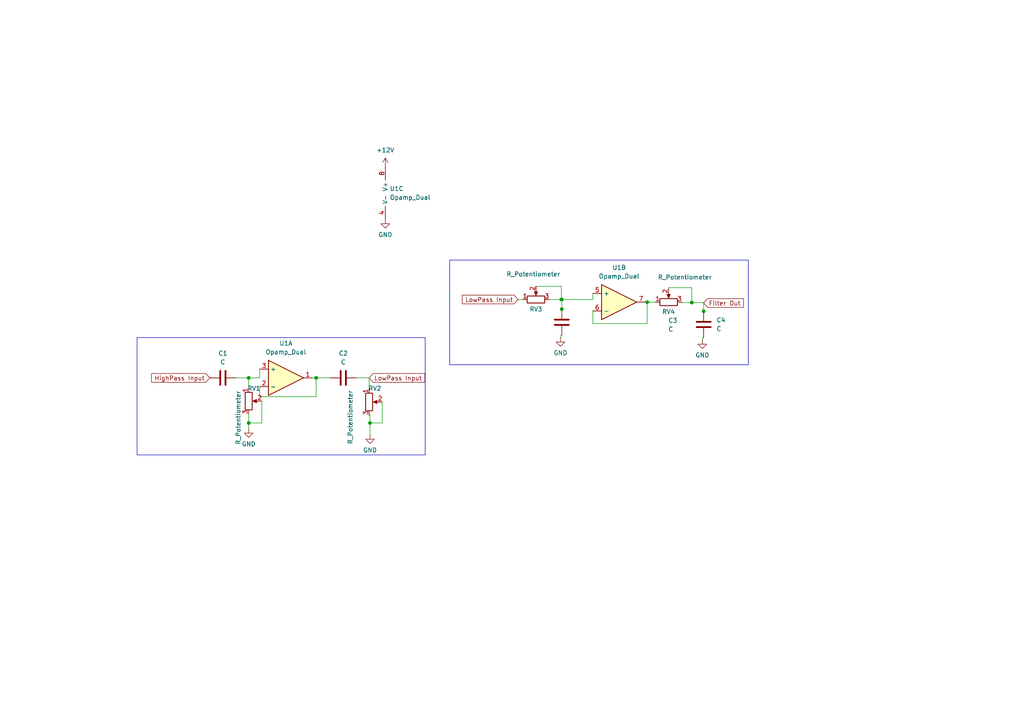
<source format=kicad_sch>
(kicad_sch (version 20230121) (generator eeschema)
  (paper "A4")
  (lib_symbols
    (symbol "Device:C" (pin_numbers hide) (pin_names (offset 0.254))
      (property "Reference" "C" (at 0.635 2.54 0))
      (property "Value" "C" (at 0.635 -2.54 0))
      (symbol "C_0_1"
        (polyline (pts (xy -2.032 -0.762) (xy 2.032 -0.762)) (stroke (width 0.508)))
        (polyline (pts (xy -2.032 0.762) (xy 2.032 0.762)) (stroke (width 0.508)))
      )
      (symbol "C_1_1"
        (pin passive line (at 0 3.81 270) (length 2.794) (name "~") (number "1"))
        (pin passive line (at 0 -3.81 90) (length 2.794) (name "~") (number "2"))
      )
    )
    (symbol "Device:Opamp_Dual"
      (property "Reference" "U" (at 0 5.08 0))
      (property "Value" "Opamp_Dual" (at 0 -5.08 0))
      (symbol "Opamp_Dual_1_1"
        (polyline (pts (xy -5.08 5.08) (xy 5.08 0) (xy -5.08 -5.08) (xy -5.08 5.08)) (stroke (width 0.254)) (fill (type background)))
        (pin output line (at 7.62 0 180) (length 2.54) (name "~") (number "1"))
        (pin input line (at -7.62 -2.54 0) (length 2.54) (name "-") (number "2"))
        (pin input line (at -7.62 2.54 0) (length 2.54) (name "+") (number "3"))
      )
      (symbol "Opamp_Dual_2_1"
        (polyline (pts (xy -5.08 5.08) (xy 5.08 0) (xy -5.08 -5.08) (xy -5.08 5.08)) (stroke (width 0.254)) (fill (type background)))
        (pin input line (at -7.62 2.54 0) (length 2.54) (name "+") (number "5"))
        (pin input line (at -7.62 -2.54 0) (length 2.54) (name "-") (number "6"))
        (pin output line (at 7.62 0 180) (length 2.54) (name "~") (number "7"))
      )
      (symbol "Opamp_Dual_3_1"
        (pin power_in line (at -2.54 -7.62 90) (length 3.81) (name "V-") (number "4"))
        (pin power_in line (at -2.54 7.62 270) (length 3.81) (name "V+") (number "8"))
      )
    )
    (symbol "Device:R_Potentiometer" (pin_names (offset 1.016) hide)
      (property "Reference" "RV" (at -4.445 0 90))
      (property "Value" "R_Potentiometer" (at -2.54 0 90))
      (symbol "R_Potentiometer_0_1"
        (polyline (pts (xy 2.54 0) (xy 1.524 0)))
        (polyline (pts (xy 1.143 0) (xy 2.286 0.508) (xy 2.286 -0.508) (xy 1.143 0)) (fill (type outline)))
        (rectangle (start 1.016 2.54) (end -1.016 -2.54) (stroke (width 0.254)))
      )
      (symbol "R_Potentiometer_1_1"
        (pin passive line (at 0 3.81 270) (length 1.27) (name "1") (number "1"))
        (pin passive line (at 3.81 0 180) (length 1.27) (name "2") (number "2"))
        (pin passive line (at 0 -3.81 90) (length 1.27) (name "3") (number "3"))
      )
    )
    (symbol "power:+12V" (power) (pin_names (offset 0))
      (property "Value" "+12V" (at 0 3.556 0))
      (symbol "+12V_0_1"
        (polyline (pts (xy -0.762 1.27) (xy 0 2.54)))
        (polyline (pts (xy 0 0) (xy 0 2.54)))
        (polyline (pts (xy 0 2.54) (xy 0.762 1.27)))
      )
      (symbol "+12V_1_1"
        (pin power_in line (at 0 0 90) (length 0) hide (name "+12V") (number "1"))
      )
    )
    (symbol "power:GND" (power) (pin_names (offset 0))
      (property "Value" "GND" (at 0 -3.81 0))
      (symbol "GND_0_1"
        (polyline (pts (xy 0 0) (xy 0 -1.27) (xy 1.27 -1.27) (xy 0 -2.54) (xy -1.27 -1.27) (xy 0 -1.27)))
      )
      (symbol "GND_1_1"
        (pin power_in line (at 0 0 270) (length 0) hide (name "GND") (number "1"))
      )
    )
  )
  (junction (at 162.941 89.662))
  (junction (at 91.694 109.601))
  (junction (at 187.706 87.63))
  (junction (at 200.66 87.757))
  (junction (at 72.136 122.682))
  (junction (at 107.315 122.682))
  (junction (at 204.089 90.297))
  (junction (at 162.814 86.868))
  (junction (at 162.941 86.868))
  (junction (at 72.136 109.601))
  (wire (pts (xy 204.089 90.424) (xy 204.089 90.297)))
  (wire (pts (xy 68.453 109.601) (xy 72.136 109.601)))
  (wire (pts (xy 162.814 86.868) (xy 162.941 86.868)))
  (wire (pts (xy 107.315 126.111) (xy 107.315 122.682)))
  (wire (pts (xy 187.706 93.853) (xy 171.958 93.853)))
  (wire (pts (xy 200.66 87.757) (xy 204.089 87.757)))
  (wire (pts (xy 162.941 97.282) (xy 162.687 97.282)))
  (wire (pts (xy 107.315 122.682) (xy 107.315 120.396)))
  (wire (pts (xy 187.198 87.63) (xy 187.706 87.63)))
  (wire (pts (xy 162.814 83.058) (xy 162.814 86.868)))
  (wire (pts (xy 187.706 87.63) (xy 190.119 87.63)))
  (wire (pts (xy 162.941 89.789) (xy 162.941 89.662)))
  (wire (pts (xy 155.448 83.058) (xy 162.814 83.058)))
  (wire (pts (xy 75.311 115.062) (xy 91.694 115.062)))
  (wire (pts (xy 107.315 122.682) (xy 110.871 122.682)))
  (wire (pts (xy 107.061 109.601) (xy 107.061 112.776)))
  (wire (pts (xy 200.66 83.439) (xy 200.66 87.757)))
  (wire (pts (xy 204.089 87.757) (xy 204.089 90.297)))
  (wire (pts (xy 187.706 87.63) (xy 187.706 93.853)))
  (wire (pts (xy 91.694 109.601) (xy 95.758 109.601)))
  (wire (pts (xy 193.929 83.439) (xy 193.929 83.82)))
  (wire (pts (xy 103.378 109.601) (xy 107.061 109.601)))
  (wire (pts (xy 203.835 98.552) (xy 203.835 97.917)))
  (wire (pts (xy 162.941 86.868) (xy 162.941 89.662)))
  (wire (pts (xy 72.136 109.601) (xy 72.136 112.522)))
  (wire (pts (xy 204.089 97.917) (xy 203.835 97.917)))
  (wire (pts (xy 197.739 87.757) (xy 200.66 87.757)))
  (wire (pts (xy 75.311 112.141) (xy 75.311 115.062)))
  (wire (pts (xy 90.551 109.601) (xy 91.694 109.601)))
  (wire (pts (xy 107.315 120.396) (xy 107.061 120.396)))
  (wire (pts (xy 91.694 109.601) (xy 91.694 115.062)))
  (wire (pts (xy 171.958 93.853) (xy 171.958 90.17)))
  (wire (pts (xy 150.241 86.868) (xy 151.638 86.868)))
  (wire (pts (xy 162.687 97.917) (xy 162.687 97.282)))
  (wire (pts (xy 159.258 86.868) (xy 162.814 86.868)))
  (wire (pts (xy 162.941 86.868) (xy 171.958 86.868)))
  (wire (pts (xy 72.136 122.682) (xy 72.136 120.142)))
  (wire (pts (xy 197.739 87.63) (xy 197.739 87.757)))
  (wire (pts (xy 75.946 116.332) (xy 75.946 122.682)))
  (wire (pts (xy 171.958 86.868) (xy 171.958 85.09)))
  (wire (pts (xy 110.871 116.586) (xy 110.871 122.682)))
  (wire (pts (xy 72.136 109.601) (xy 75.311 109.601)))
  (wire (pts (xy 72.136 122.682) (xy 75.946 122.682)))
  (wire (pts (xy 203.835 98.552) (xy 203.708 98.552)))
  (wire (pts (xy 162.687 97.917) (xy 162.56 97.917)))
  (wire (pts (xy 72.136 124.333) (xy 72.136 122.682)))
  (wire (pts (xy 193.929 83.439) (xy 200.66 83.439)))
  (wire (pts (xy 75.311 109.601) (xy 75.311 107.061)))
  (rectangle (start 39.751 97.917) (end 123.317 131.953))
  (rectangle (start 130.429 75.438) (end 217.043 105.791))
  (global_label "LowPass Input" (shape input) (at 107.061 109.601 0) (property "Intersheetrefs" "${INTERSHEET_REFS}" (effects hide)))
  (global_label "LowPass Input" (shape input) (at 150.241 86.868 180) (property "Intersheetrefs" "${INTERSHEET_REFS}" (effects hide)))
  (global_label "Filter Out" (shape input) (at 204.089 87.884 0) (property "Intersheetrefs" "${INTERSHEET_REFS}" (effects hide)))
  (global_label "HighPass Input" (shape input) (at 60.833 109.601 180) (property "Intersheetrefs" "${INTERSHEET_REFS}" (effects hide)))
  (symbol (lib_id "Device:R_Potentiometer") (at 72.136 116.332 0) (unit 1)
    (property "Reference" "RV1" (at 75.565 112.649 0) (effects (justify right)))
    (property "Value" "R_Potentiometer" (at 69.088 113.284 90) (effects (justify right)))
    (property "Footprint" "Potentiometer_THT:Potentiometer_Bourns_3299W_Vertical" (effects hide))
    (instances (project "HOPE" (path "" (reference "RV1") (unit 1))) (project "Synth" (path "" (reference "RV5") (unit 1))))
  )
  (symbol (lib_id "power:GND") (at 107.315 126.111 0) (unit 1)
    (property "Reference" "#PWR02" (effects hide))
    (property "Value" "GND" (at 107.315 130.556 0))
    (instances (project "HOPE" (path "" (reference "#PWR02") (unit 1))) (project "Synth" (path "" (reference "#PWR015") (unit 1))))
  )
  (symbol (lib_id "power:GND") (at 162.56 97.917 0) (unit 1)
    (property "Reference" "#PWR03" (effects hide))
    (property "Value" "GND" (at 162.56 102.362 0))
    (instances (project "HOPE" (path "" (reference "#PWR03") (unit 1))) (project "Synth" (path "" (reference "#PWR016") (unit 1))))
  )
  (symbol (lib_id "Device:R_Potentiometer") (at 107.061 116.586 0) (unit 1)
    (property "Reference" "RV2" (at 110.617 112.649 0) (effects (justify right)))
    (property "Value" "R_Potentiometer" (at 101.6 113.157 90) (effects (justify right)))
    (property "Footprint" "Potentiometer_THT:Potentiometer_Bourns_3299W_Vertical" (effects hide))
    (instances (project "HOPE" (path "" (reference "RV2") (unit 1))) (project "Synth" (path "" (reference "RV6") (unit 1))))
  )
  (symbol (lib_id "Device:C") (at 204.089 94.107 0) (unit 1)
    (property "Reference" "C4" (at 207.772 92.837 0) (effects (justify left)))
    (property "Value" "C" (at 207.772 95.377 0) (effects (justify left)))
    (property "Footprint" "Capacitor_SMD:C_0805_2012Metric" (effects hide))
  )
  (symbol (lib_id "Device:Opamp_Dual") (at 114.3 56.007 0) (unit 3)
    (property "Reference" "U1" (at 113.03 54.737 0) (effects (justify left)))
    (property "Value" "Opamp_Dual" (at 113.03 57.277 0) (effects (justify left)))
    (property "Footprint" "Package_TO_SOT_SMD:TSOT-23-8" (effects hide))
    (instances (project "HOPE" (path "" (reference "U1") (unit 3))) (project "Synth" (path "" (reference "U6") (unit 3))))
  )
  (symbol (lib_id "Device:R_Potentiometer") (at 193.929 87.63 90) (unit 1)
    (property "Reference" "RV4" (at 193.929 90.424 90))
    (property "Value" "R_Potentiometer" (at 198.628 80.391 90))
    (property "Footprint" "Potentiometer_THT:Potentiometer_Bourns_3299W_Vertical" (effects hide))
    (instances (project "HOPE" (path "" (reference "RV4") (unit 1))) (project "Synth" (path "" (reference "RV8") (unit 1))))
  )
  (symbol (lib_id "power:+12V") (at 111.76 48.387 0) (mirror y) (unit 1)
    (property "Reference" "#PWR037" (effects hide))
    (property "Value" "+12V" (at 111.76 43.561 0))
  )
  (symbol (lib_id "Device:C") (at 64.643 109.601 90) (unit 1)
    (property "Reference" "C1" (at 64.643 102.489 90))
    (property "Value" "C" (at 64.643 105.029 90))
    (property "Footprint" "Capacitor_SMD:C_0805_2012Metric" (effects hide))
  )
  (symbol (lib_id "Device:R_Potentiometer") (at 155.448 86.868 90) (unit 1)
    (property "Reference" "RV3" (at 155.448 89.662 90))
    (property "Value" "R_Potentiometer" (at 154.686 79.502 90))
    (property "Footprint" "Potentiometer_THT:Potentiometer_Bourns_3299W_Vertical" (effects hide))
    (instances (project "HOPE" (path "" (reference "RV3") (unit 1))) (project "Synth" (path "" (reference "RV7") (unit 1))))
  )
  (symbol (lib_id "Device:Opamp_Dual") (at 82.931 109.601 0) (unit 1)
    (property "Reference" "U1" (at 82.931 99.568 0))
    (property "Value" "Opamp_Dual" (at 82.931 102.108 0))
    (property "Footprint" "Package_TO_SOT_SMD:TSOT-23-8" (effects hide))
    (instances (project "HOPE" (path "" (reference "U1") (unit 1))) (project "Synth" (path "" (reference "U6") (unit 1))))
  )
  (symbol (lib_id "Device:Opamp_Dual") (at 179.578 87.63 0) (unit 2)
    (property "Reference" "U1" (at 179.578 77.597 0))
    (property "Value" "Opamp_Dual" (at 179.578 80.137 0))
    (property "Footprint" "Package_TO_SOT_SMD:TSOT-23-8" (effects hide))
    (instances (project "HOPE" (path "" (reference "U1") (unit 2))) (project "Synth" (path "" (reference "U6") (unit 2))))
  )
  (symbol (lib_id "power:GND") (at 203.708 98.552 0) (unit 1)
    (property "Reference" "#PWR04" (effects hide))
    (property "Value" "GND" (at 203.708 102.997 0))
    (instances (project "HOPE" (path "" (reference "#PWR04") (unit 1))) (project "Synth" (path "" (reference "#PWR017") (unit 1))))
  )
  (symbol (lib_id "power:GND") (at 111.76 63.627 0) (unit 1)
    (property "Reference" "#PWR036" (effects hide))
    (property "Value" "GND" (at 111.76 68.072 0))
  )
  (symbol (lib_id "Device:C") (at 162.941 93.472 0) (unit 1)
    (property "Reference" "C3" (at 193.802 92.964 0) (effects (justify left)))
    (property "Value" "C" (at 193.802 95.504 0) (effects (justify left)))
    (property "Footprint" "Capacitor_SMD:C_0805_2012Metric" (effects hide))
  )
  (symbol (lib_id "power:GND") (at 72.136 124.333 0) (unit 1)
    (property "Reference" "#PWR01" (effects hide))
    (property "Value" "GND" (at 72.136 128.778 0))
    (instances (project "HOPE" (path "" (reference "#PWR01") (unit 1))) (project "Synth" (path "" (reference "#PWR014") (unit 1))))
  )
  (symbol (lib_id "Device:C") (at 99.568 109.601 90) (unit 1)
    (property "Reference" "C2" (at 99.568 102.489 90))
    (property "Value" "C" (at 99.568 105.029 90))
    (property "Footprint" "Capacitor_SMD:C_0805_2012Metric" (effects hide))
  )
)
</source>
